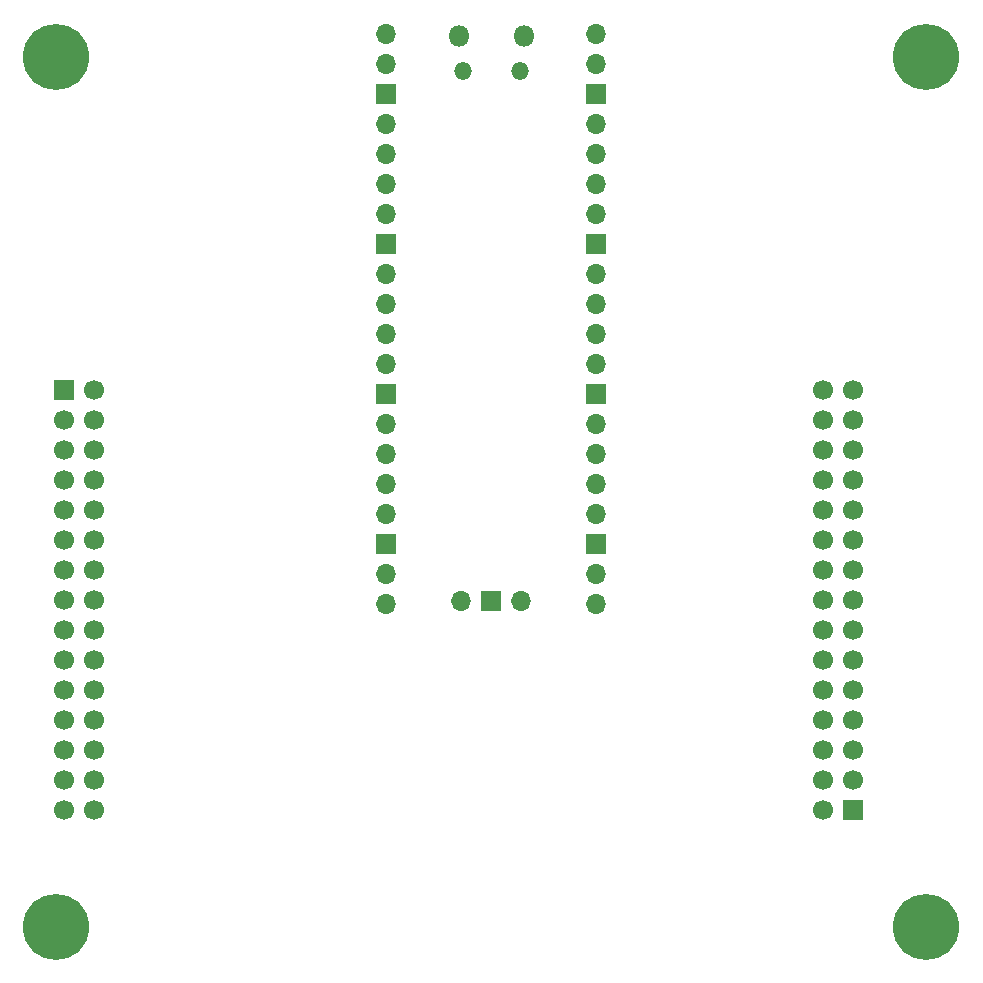
<source format=gbr>
%TF.GenerationSoftware,KiCad,Pcbnew,9.0.7*%
%TF.CreationDate,2026-02-11T09:08:59+09:00*%
%TF.ProjectId,pico-with-ken-interface,7069636f-2d77-4697-9468-2d6b656e2d69,rev?*%
%TF.SameCoordinates,Original*%
%TF.FileFunction,Soldermask,Bot*%
%TF.FilePolarity,Negative*%
%FSLAX46Y46*%
G04 Gerber Fmt 4.6, Leading zero omitted, Abs format (unit mm)*
G04 Created by KiCad (PCBNEW 9.0.7) date 2026-02-11 09:08:59*
%MOMM*%
%LPD*%
G01*
G04 APERTURE LIST*
%ADD10C,5.600000*%
%ADD11O,1.800000X1.800000*%
%ADD12O,1.500000X1.500000*%
%ADD13O,1.700000X1.700000*%
%ADD14R,1.700000X1.700000*%
%ADD15C,1.700000*%
G04 APERTURE END LIST*
D10*
%TO.C,H1*%
X135890000Y-116840000D03*
%TD*%
%TO.C,H2*%
X62230000Y-116840000D03*
%TD*%
%TO.C,H4*%
X135890000Y-43180000D03*
%TD*%
%TO.C,H3*%
X62230000Y-43180000D03*
%TD*%
D11*
%TO.C,U1*%
X96335000Y-41405000D03*
D12*
X96635000Y-44435000D03*
X101485000Y-44435000D03*
D11*
X101785000Y-41405000D03*
D13*
X90170000Y-41275000D03*
X90170000Y-43815000D03*
D14*
X90170000Y-46355000D03*
D13*
X90170000Y-48895000D03*
X90170000Y-51435000D03*
X90170000Y-53975000D03*
X90170000Y-56515000D03*
D14*
X90170000Y-59055000D03*
D13*
X90170000Y-61595000D03*
X90170000Y-64135000D03*
X90170000Y-66675000D03*
X90170000Y-69215000D03*
D14*
X90170000Y-71755000D03*
D13*
X90170000Y-74295000D03*
X90170000Y-76835000D03*
X90170000Y-79375000D03*
X90170000Y-81915000D03*
D14*
X90170000Y-84455000D03*
D13*
X90170000Y-86995000D03*
X90170000Y-89535000D03*
X107950000Y-89535000D03*
X107950000Y-86995000D03*
D14*
X107950000Y-84455000D03*
D13*
X107950000Y-81915000D03*
X107950000Y-79375000D03*
X107950000Y-76835000D03*
X107950000Y-74295000D03*
D14*
X107950000Y-71755000D03*
D13*
X107950000Y-69215000D03*
X107950000Y-66675000D03*
X107950000Y-64135000D03*
X107950000Y-61595000D03*
D14*
X107950000Y-59055000D03*
D13*
X107950000Y-56515000D03*
X107950000Y-53975000D03*
X107950000Y-51435000D03*
X107950000Y-48895000D03*
D14*
X107950000Y-46355000D03*
D13*
X107950000Y-43815000D03*
X107950000Y-41275000D03*
X96520000Y-89305000D03*
D14*
X99060000Y-89305000D03*
D13*
X101600000Y-89305000D03*
%TD*%
D14*
%TO.C,U3*%
X62865000Y-71374000D03*
D15*
X65405000Y-71374000D03*
X62865000Y-73914000D03*
X65405000Y-73914000D03*
X62865000Y-76454000D03*
X65405000Y-76454000D03*
X62865000Y-78994000D03*
X65405000Y-78994000D03*
X62865000Y-81534000D03*
X65405000Y-81534000D03*
X62865000Y-84074000D03*
X65405000Y-84074000D03*
X62865000Y-86614000D03*
X65405000Y-86614000D03*
X62865000Y-89154000D03*
X65405000Y-89154000D03*
X62865000Y-91694000D03*
X65405000Y-91694000D03*
X62865000Y-94234000D03*
X65405000Y-94234000D03*
X62865000Y-96774000D03*
X65405000Y-96774000D03*
X62865000Y-99314000D03*
X65405000Y-99314000D03*
X62865000Y-101854000D03*
X65405000Y-101854000D03*
X62865000Y-104394000D03*
X65405000Y-104394000D03*
X62865000Y-106934000D03*
X65405000Y-106934000D03*
%TD*%
D14*
%TO.C,U5*%
X129667000Y-106934000D03*
D15*
X127127000Y-106934000D03*
X129667000Y-104394000D03*
X127127000Y-104394000D03*
X129667000Y-101854000D03*
X127127000Y-101854000D03*
X129667000Y-99314000D03*
X127127000Y-99314000D03*
X129667000Y-96774000D03*
X127127000Y-96774000D03*
X129667000Y-94234000D03*
X127127000Y-94234000D03*
X129667000Y-91694000D03*
X127127000Y-91694000D03*
X129667000Y-89154000D03*
X127127000Y-89154000D03*
X129667000Y-86614000D03*
X127127000Y-86614000D03*
X129667000Y-84074000D03*
X127127000Y-84074000D03*
X129667000Y-81534000D03*
X127127000Y-81534000D03*
X129667000Y-78994000D03*
X127127000Y-78994000D03*
X129667000Y-76454000D03*
X127127000Y-76454000D03*
X129667000Y-73914000D03*
X127127000Y-73914000D03*
X129667000Y-71374000D03*
X127127000Y-71374000D03*
%TD*%
M02*

</source>
